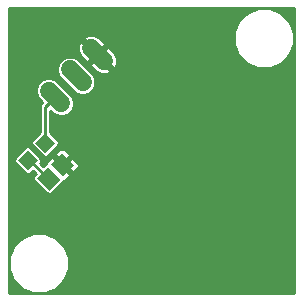
<source format=gbl>
G75*
%MOIN*%
%OFA0B0*%
%FSLAX24Y24*%
%IPPOS*%
%LPD*%
%AMOC8*
5,1,8,0,0,1.08239X$1,22.5*
%
%ADD10C,0.0600*%
%ADD11R,0.0512X0.0591*%
%ADD12R,0.0472X0.0472*%
%ADD13C,0.0100*%
%ADD14C,0.0396*%
D10*
X002788Y006931D02*
X002364Y007355D01*
X003071Y008062D02*
X003495Y007638D01*
X004203Y008345D02*
X003778Y008769D01*
D11*
G36*
X002440Y004914D02*
X002802Y005276D01*
X003218Y004860D01*
X002856Y004498D01*
X002440Y004914D01*
G37*
G36*
X001966Y004440D02*
X002328Y004802D01*
X002744Y004386D01*
X002382Y004024D01*
X001966Y004440D01*
G37*
D12*
G36*
X001662Y004704D02*
X001329Y005037D01*
X001662Y005370D01*
X001995Y005037D01*
X001662Y004704D01*
G37*
G36*
X002246Y005289D02*
X001913Y005622D01*
X002246Y005955D01*
X002579Y005622D01*
X002246Y005289D01*
G37*
D13*
X001033Y000600D02*
X001033Y010100D01*
X010533Y010100D01*
X010533Y000600D01*
X001033Y000600D01*
X001033Y000646D02*
X001731Y000646D01*
X001835Y000603D02*
X002232Y000603D01*
X002598Y000754D01*
X002879Y001035D01*
X003031Y001402D01*
X003031Y001798D01*
X002879Y002165D01*
X002598Y002446D01*
X002232Y002597D01*
X001835Y002597D01*
X001468Y002446D01*
X001188Y002165D01*
X001036Y001798D01*
X001036Y001402D01*
X001188Y001035D01*
X001468Y000754D01*
X001835Y000603D01*
X001493Y000744D02*
X001033Y000744D01*
X001033Y000843D02*
X001380Y000843D01*
X001282Y000941D02*
X001033Y000941D01*
X001033Y001040D02*
X001186Y001040D01*
X001145Y001138D02*
X001033Y001138D01*
X001033Y001237D02*
X001104Y001237D01*
X001063Y001335D02*
X001033Y001335D01*
X001033Y001434D02*
X001036Y001434D01*
X001033Y001532D02*
X001036Y001532D01*
X001033Y001631D02*
X001036Y001631D01*
X001033Y001729D02*
X001036Y001729D01*
X001033Y001828D02*
X001048Y001828D01*
X001033Y001926D02*
X001089Y001926D01*
X001129Y002025D02*
X001033Y002025D01*
X001033Y002123D02*
X001170Y002123D01*
X001244Y002222D02*
X001033Y002222D01*
X001033Y002320D02*
X001343Y002320D01*
X001441Y002419D02*
X001033Y002419D01*
X001033Y002517D02*
X001641Y002517D01*
X001033Y002616D02*
X010533Y002616D01*
X010533Y002714D02*
X001033Y002714D01*
X001033Y002813D02*
X010533Y002813D01*
X010533Y002911D02*
X001033Y002911D01*
X001033Y003010D02*
X010533Y003010D01*
X010533Y003108D02*
X001033Y003108D01*
X001033Y003207D02*
X010533Y003207D01*
X010533Y003305D02*
X001033Y003305D01*
X001033Y003404D02*
X010533Y003404D01*
X010533Y003502D02*
X001033Y003502D01*
X001033Y003601D02*
X010533Y003601D01*
X010533Y003699D02*
X001033Y003699D01*
X001033Y003798D02*
X010533Y003798D01*
X010533Y003896D02*
X002439Y003896D01*
X002437Y003894D02*
X002875Y004332D01*
X002875Y004347D01*
X002876Y004347D01*
X002914Y004357D01*
X002948Y004377D01*
X003108Y004536D01*
X002829Y004816D01*
X002899Y004887D01*
X002829Y004957D01*
X003080Y005209D01*
X002893Y005396D01*
X002859Y005416D01*
X002820Y005426D01*
X002781Y005426D01*
X002743Y005416D01*
X002709Y005396D01*
X002549Y005237D01*
X002829Y004957D01*
X002758Y004887D01*
X002478Y005166D01*
X002319Y005007D01*
X002299Y004972D01*
X002289Y004934D01*
X002289Y004933D01*
X002274Y004933D01*
X002182Y004841D01*
X002083Y004940D01*
X002126Y004983D01*
X002126Y005091D01*
X001716Y005501D01*
X001608Y005501D01*
X001198Y005091D01*
X001198Y004983D01*
X001608Y004573D01*
X001716Y004573D01*
X001828Y004686D01*
X001927Y004587D01*
X001836Y004495D01*
X001836Y004387D01*
X002329Y003894D01*
X002437Y003894D01*
X002327Y003896D02*
X001033Y003896D01*
X001033Y003995D02*
X002228Y003995D01*
X002130Y004093D02*
X001033Y004093D01*
X001033Y004192D02*
X002031Y004192D01*
X001933Y004290D02*
X001033Y004290D01*
X001033Y004389D02*
X001836Y004389D01*
X001836Y004487D02*
X001033Y004487D01*
X001033Y004586D02*
X001595Y004586D01*
X001497Y004684D02*
X001033Y004684D01*
X001033Y004783D02*
X001398Y004783D01*
X001300Y004881D02*
X001033Y004881D01*
X001033Y004980D02*
X001201Y004980D01*
X001198Y005078D02*
X001033Y005078D01*
X001033Y005177D02*
X001283Y005177D01*
X001382Y005275D02*
X001033Y005275D01*
X001033Y005374D02*
X001480Y005374D01*
X001579Y005472D02*
X001033Y005472D01*
X001033Y005571D02*
X001782Y005571D01*
X001782Y005568D02*
X002193Y005158D01*
X002300Y005158D01*
X002710Y005568D01*
X002710Y005675D01*
X002426Y005960D01*
X002426Y006685D01*
X002545Y006566D01*
X002703Y006501D01*
X002874Y006501D01*
X003032Y006566D01*
X003153Y006687D01*
X003218Y006845D01*
X003218Y007016D01*
X003153Y007174D01*
X002608Y007720D01*
X002450Y007785D01*
X002279Y007785D01*
X002121Y007720D01*
X002000Y007599D01*
X001934Y007441D01*
X001934Y007269D01*
X002000Y007111D01*
X002145Y006966D01*
X002066Y006888D01*
X002066Y005960D01*
X001782Y005675D01*
X001782Y005568D01*
X001782Y005669D02*
X001033Y005669D01*
X001033Y005768D02*
X001874Y005768D01*
X001973Y005866D02*
X001033Y005866D01*
X001033Y005965D02*
X002066Y005965D01*
X002066Y006063D02*
X001033Y006063D01*
X001033Y006162D02*
X002066Y006162D01*
X002066Y006260D02*
X001033Y006260D01*
X001033Y006359D02*
X002066Y006359D01*
X002066Y006457D02*
X001033Y006457D01*
X001033Y006556D02*
X002066Y006556D01*
X002066Y006654D02*
X001033Y006654D01*
X001033Y006753D02*
X002066Y006753D01*
X002066Y006851D02*
X001033Y006851D01*
X001033Y006950D02*
X002128Y006950D01*
X002063Y007048D02*
X001033Y007048D01*
X001033Y007147D02*
X001985Y007147D01*
X001944Y007245D02*
X001033Y007245D01*
X001033Y007344D02*
X001934Y007344D01*
X001935Y007442D02*
X001033Y007442D01*
X001033Y007541D02*
X001976Y007541D01*
X002040Y007639D02*
X001033Y007639D01*
X001033Y007738D02*
X002164Y007738D01*
X002564Y007738D02*
X002788Y007738D01*
X002707Y007819D02*
X002641Y007977D01*
X002641Y008148D01*
X002707Y008306D01*
X002828Y008427D01*
X001033Y008427D01*
X001033Y008329D02*
X002729Y008329D01*
X002675Y008230D02*
X001033Y008230D01*
X001033Y008132D02*
X002641Y008132D01*
X002641Y008033D02*
X001033Y008033D01*
X001033Y007935D02*
X002659Y007935D01*
X002699Y007836D02*
X001033Y007836D01*
X001033Y008526D02*
X003399Y008526D01*
X003393Y008533D02*
X003435Y008476D01*
X003637Y008274D01*
X003920Y008557D01*
X003990Y008486D01*
X003708Y008204D01*
X003909Y008002D01*
X003967Y007960D01*
X004030Y007928D01*
X004097Y007906D01*
X004167Y007895D01*
X004238Y007895D01*
X004308Y007906D01*
X004375Y007928D01*
X004438Y007960D01*
X004484Y007993D01*
X003990Y008486D01*
X004061Y008557D01*
X004554Y008064D01*
X004587Y008109D01*
X004620Y008172D01*
X004641Y008240D01*
X004653Y008310D01*
X004653Y008380D01*
X004641Y008450D01*
X004620Y008518D01*
X004587Y008581D01*
X004546Y008638D01*
X004344Y008840D01*
X004061Y008557D01*
X003990Y008628D01*
X003920Y008557D01*
X003426Y009050D01*
X003393Y009005D01*
X003361Y008942D01*
X003339Y008875D01*
X003328Y008805D01*
X003328Y008734D01*
X003339Y008664D01*
X003361Y008596D01*
X003393Y008533D01*
X003352Y008624D02*
X001033Y008624D01*
X001033Y008723D02*
X003330Y008723D01*
X003331Y008821D02*
X001033Y008821D01*
X001033Y008920D02*
X003354Y008920D01*
X003403Y009018D02*
X001033Y009018D01*
X001033Y009117D02*
X003502Y009117D01*
X003497Y009121D02*
X003990Y008628D01*
X004273Y008911D01*
X004071Y009112D01*
X004014Y009154D01*
X003951Y009186D01*
X003884Y009208D01*
X003814Y009219D01*
X003743Y009219D01*
X003673Y009208D01*
X003606Y009186D01*
X003542Y009154D01*
X003497Y009121D01*
X003459Y009018D02*
X003600Y009018D01*
X003557Y008920D02*
X003699Y008920D01*
X003656Y008821D02*
X003797Y008821D01*
X003754Y008723D02*
X003896Y008723D01*
X003853Y008624D02*
X003987Y008624D01*
X003994Y008624D02*
X004128Y008624D01*
X004093Y008526D02*
X004030Y008526D01*
X003951Y008526D02*
X003888Y008526D01*
X003931Y008427D02*
X003790Y008427D01*
X003833Y008329D02*
X003691Y008329D01*
X003734Y008230D02*
X003511Y008230D01*
X003583Y008329D02*
X003413Y008329D01*
X003484Y008427D02*
X003314Y008427D01*
X003315Y008427D02*
X003157Y008492D01*
X002986Y008492D01*
X002828Y008427D01*
X003315Y008427D02*
X003860Y007881D01*
X003925Y007723D01*
X003925Y007552D01*
X003860Y007394D01*
X003739Y007273D01*
X003581Y007208D01*
X003410Y007208D01*
X003252Y007273D01*
X002707Y007819D01*
X002688Y007639D02*
X002886Y007639D01*
X002787Y007541D02*
X002985Y007541D01*
X003083Y007442D02*
X002885Y007442D01*
X002984Y007344D02*
X003182Y007344D01*
X003082Y007245D02*
X003320Y007245D01*
X003164Y007147D02*
X010533Y007147D01*
X010533Y007245D02*
X003671Y007245D01*
X003809Y007344D02*
X010533Y007344D01*
X010533Y007442D02*
X003880Y007442D01*
X003921Y007541D02*
X010533Y007541D01*
X010533Y007639D02*
X003925Y007639D01*
X003920Y007738D02*
X010533Y007738D01*
X010533Y007836D02*
X003879Y007836D01*
X003807Y007935D02*
X004017Y007935D01*
X003878Y008033D02*
X003708Y008033D01*
X003780Y008132D02*
X003610Y008132D01*
X004050Y008427D02*
X004191Y008427D01*
X004148Y008329D02*
X004290Y008329D01*
X004247Y008230D02*
X004388Y008230D01*
X004345Y008132D02*
X004487Y008132D01*
X004444Y008033D02*
X010533Y008033D01*
X010533Y007935D02*
X004388Y007935D01*
X004599Y008132D02*
X009265Y008132D01*
X009335Y008103D02*
X009732Y008103D01*
X010098Y008254D01*
X010379Y008535D01*
X010531Y008902D01*
X010531Y009298D01*
X010379Y009665D01*
X010098Y009946D01*
X009732Y010097D01*
X009335Y010097D01*
X008968Y009946D01*
X008688Y009665D01*
X008536Y009298D01*
X008536Y008902D01*
X008688Y008535D01*
X008968Y008254D01*
X009335Y008103D01*
X009027Y008230D02*
X004638Y008230D01*
X004653Y008329D02*
X008894Y008329D01*
X008796Y008427D02*
X004645Y008427D01*
X004616Y008526D02*
X008697Y008526D01*
X008651Y008624D02*
X004556Y008624D01*
X004461Y008723D02*
X008610Y008723D01*
X008569Y008821D02*
X004363Y008821D01*
X004325Y008821D02*
X004184Y008821D01*
X004227Y008723D02*
X004085Y008723D01*
X004264Y008920D02*
X008536Y008920D01*
X008536Y009018D02*
X004166Y009018D01*
X004066Y009117D02*
X008536Y009117D01*
X008536Y009215D02*
X003840Y009215D01*
X003716Y009215D02*
X001033Y009215D01*
X001033Y009314D02*
X008542Y009314D01*
X008583Y009412D02*
X001033Y009412D01*
X001033Y009511D02*
X008624Y009511D01*
X008664Y009609D02*
X001033Y009609D01*
X001033Y009708D02*
X008730Y009708D01*
X008829Y009806D02*
X001033Y009806D01*
X001033Y009905D02*
X008927Y009905D01*
X009107Y010003D02*
X001033Y010003D01*
X002576Y007143D02*
X002246Y006813D01*
X002246Y005622D01*
X001977Y005374D02*
X001843Y005374D01*
X001878Y005472D02*
X001745Y005472D01*
X001942Y005275D02*
X002075Y005275D01*
X002040Y005177D02*
X002174Y005177D01*
X002126Y005078D02*
X002390Y005078D01*
X002319Y005177D02*
X002609Y005177D01*
X002587Y005275D02*
X002418Y005275D01*
X002516Y005374D02*
X002686Y005374D01*
X002615Y005472D02*
X010533Y005472D01*
X010533Y005374D02*
X002916Y005374D01*
X003014Y005275D02*
X010533Y005275D01*
X010533Y005177D02*
X003048Y005177D01*
X003091Y005078D02*
X002949Y005078D01*
X002992Y004980D02*
X002851Y004980D01*
X002806Y004980D02*
X002665Y004980D01*
X002708Y005078D02*
X002566Y005078D01*
X002303Y004980D02*
X002122Y004980D01*
X002142Y004881D02*
X002222Y004881D01*
X001926Y004586D02*
X001728Y004586D01*
X001827Y004684D02*
X001830Y004684D01*
X001732Y005037D02*
X001662Y005037D01*
X001732Y005037D02*
X002355Y004413D01*
X002636Y004093D02*
X010533Y004093D01*
X010533Y003995D02*
X002538Y003995D01*
X002735Y004192D02*
X010533Y004192D01*
X010533Y004290D02*
X002833Y004290D01*
X002960Y004389D02*
X010533Y004389D01*
X010533Y004487D02*
X003059Y004487D01*
X003059Y004586D02*
X010533Y004586D01*
X010533Y004684D02*
X003256Y004684D01*
X003179Y004607D02*
X003338Y004767D01*
X003358Y004801D01*
X003368Y004839D01*
X003368Y004879D01*
X003358Y004917D01*
X003338Y004951D01*
X003151Y005138D01*
X002899Y004887D01*
X003179Y004607D01*
X003102Y004684D02*
X002960Y004684D01*
X003003Y004783D02*
X002862Y004783D01*
X002894Y004881D02*
X002905Y004881D01*
X003211Y005078D02*
X010533Y005078D01*
X010533Y004980D02*
X003310Y004980D01*
X003368Y004881D02*
X010533Y004881D01*
X010533Y004783D02*
X003347Y004783D01*
X002710Y005571D02*
X010533Y005571D01*
X010533Y005669D02*
X002710Y005669D01*
X002618Y005768D02*
X010533Y005768D01*
X010533Y005866D02*
X002520Y005866D01*
X002426Y005965D02*
X010533Y005965D01*
X010533Y006063D02*
X002426Y006063D01*
X002426Y006162D02*
X010533Y006162D01*
X010533Y006260D02*
X002426Y006260D01*
X002426Y006359D02*
X010533Y006359D01*
X010533Y006457D02*
X002426Y006457D01*
X002426Y006556D02*
X002571Y006556D01*
X002457Y006654D02*
X002426Y006654D01*
X003006Y006556D02*
X010533Y006556D01*
X010533Y006654D02*
X003120Y006654D01*
X003180Y006753D02*
X010533Y006753D01*
X010533Y006851D02*
X003218Y006851D01*
X003218Y006950D02*
X010533Y006950D01*
X010533Y007048D02*
X003205Y007048D01*
X002426Y002517D02*
X010533Y002517D01*
X010533Y002419D02*
X002626Y002419D01*
X002724Y002320D02*
X010533Y002320D01*
X010533Y002222D02*
X002823Y002222D01*
X002896Y002123D02*
X010533Y002123D01*
X010533Y002025D02*
X002937Y002025D01*
X002978Y001926D02*
X010533Y001926D01*
X010533Y001828D02*
X003019Y001828D01*
X003031Y001729D02*
X010533Y001729D01*
X010533Y001631D02*
X003031Y001631D01*
X003031Y001532D02*
X010533Y001532D01*
X010533Y001434D02*
X003031Y001434D01*
X003003Y001335D02*
X010533Y001335D01*
X010533Y001237D02*
X002962Y001237D01*
X002922Y001138D02*
X010533Y001138D01*
X010533Y001040D02*
X002881Y001040D01*
X002785Y000941D02*
X010533Y000941D01*
X010533Y000843D02*
X002687Y000843D01*
X002573Y000744D02*
X010533Y000744D01*
X010533Y000646D02*
X002336Y000646D01*
X009802Y008132D02*
X010533Y008132D01*
X010533Y008230D02*
X010040Y008230D01*
X010173Y008329D02*
X010533Y008329D01*
X010533Y008427D02*
X010271Y008427D01*
X010370Y008526D02*
X010533Y008526D01*
X010533Y008624D02*
X010416Y008624D01*
X010457Y008723D02*
X010533Y008723D01*
X010533Y008821D02*
X010497Y008821D01*
X010531Y008920D02*
X010533Y008920D01*
X010531Y009018D02*
X010533Y009018D01*
X010531Y009117D02*
X010533Y009117D01*
X010531Y009215D02*
X010533Y009215D01*
X010525Y009314D02*
X010533Y009314D01*
X010533Y009412D02*
X010484Y009412D01*
X010443Y009511D02*
X010533Y009511D01*
X010533Y009609D02*
X010402Y009609D01*
X010336Y009708D02*
X010533Y009708D01*
X010533Y009806D02*
X010238Y009806D01*
X010139Y009905D02*
X010533Y009905D01*
X010533Y010003D02*
X009960Y010003D01*
D14*
X007033Y007350D03*
X008983Y002050D03*
M02*

</source>
